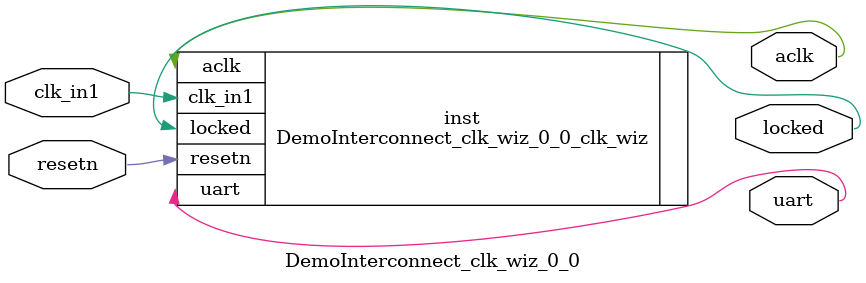
<source format=v>


`timescale 1ps/1ps

(* CORE_GENERATION_INFO = "DemoInterconnect_clk_wiz_0_0,clk_wiz_v5_3_3_0,{component_name=DemoInterconnect_clk_wiz_0_0,use_phase_alignment=true,use_min_o_jitter=false,use_max_i_jitter=false,use_dyn_phase_shift=false,use_inclk_switchover=false,use_dyn_reconfig=false,enable_axi=0,feedback_source=FDBK_AUTO,PRIMITIVE=MMCM,num_out_clk=2,clkin1_period=10.0,clkin2_period=10.0,use_power_down=false,use_reset=true,use_locked=true,use_inclk_stopped=false,feedback_type=SINGLE,CLOCK_MGR_TYPE=NA,manual_override=false}" *)

module DemoInterconnect_clk_wiz_0_0 
 (
  // Clock out ports
  output        aclk,
  output        uart,
  // Status and control signals
  input         resetn,
  output        locked,
 // Clock in ports
  input         clk_in1
 );

  DemoInterconnect_clk_wiz_0_0_clk_wiz inst
  (
  // Clock out ports  
  .aclk(aclk),
  .uart(uart),
  // Status and control signals               
  .resetn(resetn), 
  .locked(locked),
 // Clock in ports
  .clk_in1(clk_in1)
  );

endmodule

</source>
